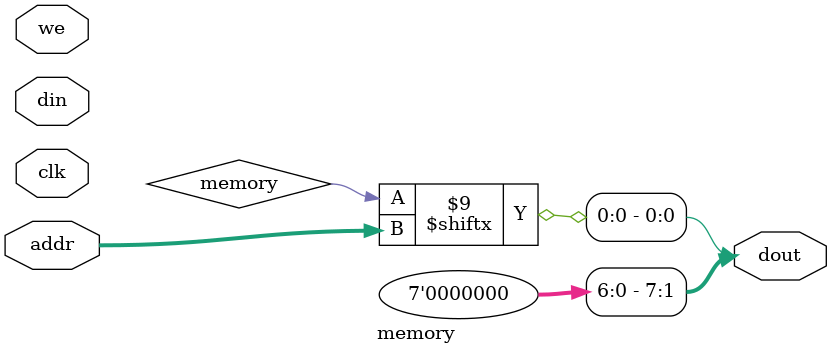
<source format=v>
module memory(
    input [7:0] din,
    input [7:0] addr,
    input clk, we, 
    output [7:0] dout
);
    reg [7:0] mem_reg[255:0];

    initial
    begin
        // Assembly Code
		mem_reg[8'h00]<=8'b0010_00_01;
		mem_reg[8'h01]<=8'b0010_01_01;
		mem_reg[8'h02]<=8'b0100_00_01;
		mem_reg[8'h04]<=8'b0011_00_00;
    end

    always @(posedge clk)
	begin
		if (we)
			memory[addr] <= din;
	end
	
	assign dout = memory[addr];
endmodule
</source>
